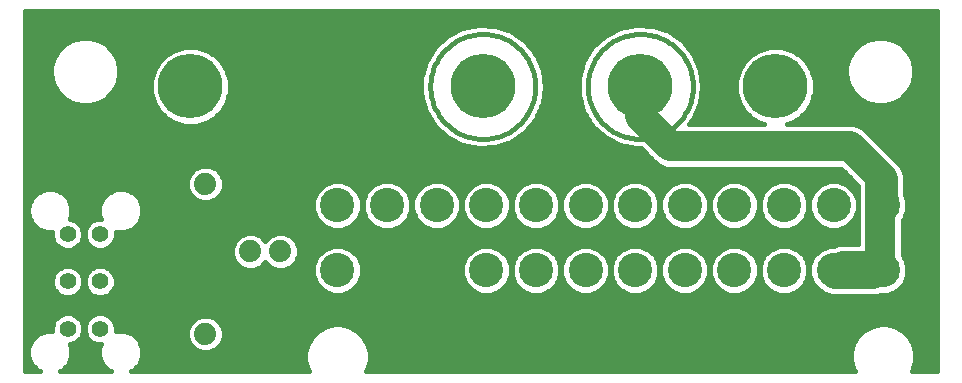
<source format=gtl>
G75*
G70*
%OFA0B0*%
%FSLAX24Y24*%
%IPPOS*%
%LPD*%
%AMOC8*
5,1,8,0,0,1.08239X$1,22.5*
%
%ADD10C,0.0160*%
%ADD11C,0.1142*%
%ADD12C,0.0740*%
%ADD13C,0.2150*%
%ADD14C,0.0554*%
%ADD15C,0.1000*%
D10*
X002948Y003300D02*
X002948Y015300D01*
X033338Y015300D01*
X033338Y003300D01*
X032490Y003300D01*
X032540Y003387D01*
X032613Y003659D01*
X032613Y003941D01*
X032540Y004213D01*
X032399Y004457D01*
X032200Y004657D01*
X031956Y004798D01*
X031683Y004871D01*
X031401Y004871D01*
X031129Y004798D01*
X030885Y004657D01*
X030686Y004457D01*
X030545Y004213D01*
X030472Y003941D01*
X030472Y003659D01*
X030545Y003387D01*
X030595Y003300D01*
X014301Y003300D01*
X014351Y003387D01*
X014424Y003659D01*
X014424Y003941D01*
X014351Y004213D01*
X014210Y004457D01*
X014011Y004657D01*
X013767Y004798D01*
X013494Y004871D01*
X013212Y004871D01*
X012940Y004798D01*
X012696Y004657D01*
X012497Y004457D01*
X012356Y004213D01*
X012283Y003941D01*
X012283Y003659D01*
X012356Y003387D01*
X012406Y003300D01*
X006461Y003300D01*
X006535Y003331D01*
X006736Y003532D01*
X006845Y003795D01*
X006845Y004080D01*
X006736Y004344D01*
X006535Y004545D01*
X006271Y004654D01*
X005986Y004654D01*
X005957Y004642D01*
X005957Y004828D01*
X005878Y005018D01*
X005733Y005164D01*
X005543Y005242D01*
X005337Y005242D01*
X005147Y005164D01*
X005002Y005018D01*
X004923Y004828D01*
X004923Y004622D01*
X005002Y004432D01*
X005147Y004287D01*
X005337Y004208D01*
X005466Y004208D01*
X005413Y004080D01*
X005413Y003795D01*
X005522Y003532D01*
X005723Y003331D01*
X005797Y003300D01*
X004099Y003300D01*
X004172Y003331D01*
X004374Y003532D01*
X004483Y003795D01*
X004483Y004080D01*
X004430Y004208D01*
X004460Y004208D01*
X004650Y004287D01*
X004796Y004432D01*
X004874Y004622D01*
X004874Y004828D01*
X004796Y005018D01*
X004650Y005164D01*
X004460Y005242D01*
X004254Y005242D01*
X004064Y005164D01*
X003919Y005018D01*
X003840Y004828D01*
X003840Y004654D01*
X003624Y004654D01*
X003361Y004545D01*
X003160Y004344D01*
X003051Y004080D01*
X003051Y003795D01*
X003160Y003532D01*
X003361Y003331D01*
X003435Y003300D01*
X002948Y003300D01*
X002948Y003434D02*
X003258Y003434D01*
X003135Y003593D02*
X002948Y003593D01*
X002948Y003751D02*
X003069Y003751D01*
X003051Y003910D02*
X002948Y003910D01*
X002948Y004068D02*
X003051Y004068D01*
X003111Y004227D02*
X002948Y004227D01*
X002948Y004385D02*
X003201Y004385D01*
X003360Y004544D02*
X002948Y004544D01*
X002948Y004702D02*
X003840Y004702D01*
X003854Y004861D02*
X002948Y004861D01*
X002948Y005019D02*
X003920Y005019D01*
X004098Y005178D02*
X002948Y005178D01*
X002948Y005336D02*
X033338Y005336D01*
X033338Y005178D02*
X005699Y005178D01*
X005878Y005019D02*
X008554Y005019D01*
X008602Y005067D02*
X008431Y004896D01*
X008338Y004671D01*
X008338Y004429D01*
X008431Y004204D01*
X008602Y004033D01*
X008826Y003940D01*
X009069Y003940D01*
X009293Y004033D01*
X009465Y004204D01*
X009558Y004429D01*
X009558Y004671D01*
X009465Y004896D01*
X009293Y005067D01*
X009069Y005160D01*
X008826Y005160D01*
X008602Y005067D01*
X008416Y004861D02*
X005944Y004861D01*
X005957Y004702D02*
X008351Y004702D01*
X008338Y004544D02*
X006536Y004544D01*
X006695Y004385D02*
X008356Y004385D01*
X008422Y004227D02*
X006785Y004227D01*
X006845Y004068D02*
X008567Y004068D01*
X009329Y004068D02*
X012317Y004068D01*
X012283Y003910D02*
X006845Y003910D01*
X006827Y003751D02*
X012283Y003751D01*
X012301Y003593D02*
X006761Y003593D01*
X006638Y003434D02*
X012343Y003434D01*
X012363Y004227D02*
X009474Y004227D01*
X009540Y004385D02*
X012455Y004385D01*
X012583Y004544D02*
X009558Y004544D01*
X009545Y004702D02*
X012775Y004702D01*
X013175Y004861D02*
X009479Y004861D01*
X009341Y005019D02*
X033338Y005019D01*
X033338Y004861D02*
X031721Y004861D01*
X031364Y004861D02*
X013532Y004861D01*
X013932Y004702D02*
X030964Y004702D01*
X030772Y004544D02*
X014124Y004544D01*
X014252Y004385D02*
X030644Y004385D01*
X030552Y004227D02*
X014343Y004227D01*
X014390Y004068D02*
X030506Y004068D01*
X030472Y003910D02*
X014424Y003910D01*
X014424Y003751D02*
X030472Y003751D01*
X030490Y003593D02*
X014406Y003593D01*
X014364Y003434D02*
X030532Y003434D01*
X032553Y003434D02*
X033338Y003434D01*
X033338Y003593D02*
X032595Y003593D01*
X032613Y003751D02*
X033338Y003751D01*
X033338Y003910D02*
X032613Y003910D01*
X032579Y004068D02*
X033338Y004068D01*
X033338Y004227D02*
X032532Y004227D01*
X032441Y004385D02*
X033338Y004385D01*
X033338Y004544D02*
X032313Y004544D01*
X032121Y004702D02*
X033338Y004702D01*
X033338Y005495D02*
X002948Y005495D01*
X002948Y005653D02*
X033338Y005653D01*
X033338Y005812D02*
X031349Y005812D01*
X031345Y005810D02*
X031473Y005863D01*
X031704Y005863D01*
X032002Y005987D01*
X032230Y006215D01*
X032353Y006513D01*
X032353Y006835D01*
X032230Y007133D01*
X032188Y007175D01*
X032188Y008338D01*
X032230Y008380D01*
X032353Y008678D01*
X032353Y009001D01*
X032282Y009172D01*
X032282Y009853D01*
X032170Y010125D01*
X031867Y010427D01*
X031075Y011219D01*
X031075Y011219D01*
X030867Y011427D01*
X030595Y011540D01*
X028326Y011540D01*
X028455Y011575D01*
X028755Y011748D01*
X029000Y011993D01*
X033338Y011993D01*
X033338Y011835D02*
X028842Y011835D01*
X029000Y011993D02*
X029173Y012292D01*
X029263Y012627D01*
X030532Y012627D01*
X030544Y012606D02*
X030754Y012396D01*
X031012Y012247D01*
X031299Y012170D01*
X031597Y012170D01*
X031884Y012247D01*
X032142Y012396D01*
X032352Y012606D01*
X032501Y012864D01*
X032578Y013151D01*
X032578Y013449D01*
X032501Y013736D01*
X032352Y013994D01*
X032142Y014204D01*
X031884Y014353D01*
X031597Y014430D01*
X031299Y014430D01*
X031012Y014353D01*
X030754Y014204D01*
X030544Y013994D01*
X030395Y013736D01*
X030318Y013449D01*
X030318Y013151D01*
X030395Y012864D01*
X030544Y012606D01*
X030681Y012469D02*
X029220Y012469D01*
X029263Y012627D02*
X029263Y012973D01*
X029173Y013308D01*
X029000Y013607D01*
X028755Y013852D01*
X028455Y014025D01*
X028121Y014115D01*
X027775Y014115D01*
X027440Y014025D01*
X027140Y013852D01*
X026896Y013607D01*
X026722Y013308D01*
X026633Y012973D01*
X026633Y012627D01*
X025494Y012627D01*
X025472Y012469D02*
X026675Y012469D01*
X026633Y012627D02*
X026722Y012292D01*
X026896Y011993D01*
X027140Y011748D01*
X027440Y011575D01*
X027569Y011540D01*
X025066Y011540D01*
X025216Y011724D01*
X025216Y011724D01*
X025441Y012242D01*
X025518Y012800D01*
X025441Y013358D01*
X025441Y013358D01*
X025216Y013876D01*
X024861Y014313D01*
X024861Y014313D01*
X024400Y014638D01*
X023869Y014827D01*
X023307Y014865D01*
X023307Y014865D01*
X022755Y014750D01*
X022755Y014750D01*
X022254Y014491D01*
X021842Y014106D01*
X021549Y013625D01*
X021397Y013082D01*
X021397Y012518D01*
X021549Y011975D01*
X021842Y011494D01*
X021842Y011494D01*
X022254Y011109D01*
X022254Y011109D01*
X022755Y010850D01*
X023307Y010735D01*
X023456Y010745D01*
X023820Y010381D01*
X023820Y010381D01*
X024029Y010173D01*
X024301Y010060D01*
X030141Y010060D01*
X030708Y009493D01*
X030708Y007540D01*
X030051Y007540D01*
X029918Y007485D01*
X029727Y007485D01*
X029429Y007361D01*
X029201Y007133D01*
X029078Y006835D01*
X029078Y006513D01*
X029201Y006215D01*
X029429Y005987D01*
X029490Y005962D01*
X029529Y005923D01*
X029801Y005810D01*
X031345Y005810D01*
X031962Y005970D02*
X033338Y005970D01*
X033338Y006129D02*
X032144Y006129D01*
X032260Y006287D02*
X033338Y006287D01*
X033338Y006446D02*
X032325Y006446D01*
X032353Y006604D02*
X033338Y006604D01*
X033338Y006763D02*
X032353Y006763D01*
X032318Y006921D02*
X033338Y006921D01*
X033338Y007080D02*
X032252Y007080D01*
X032188Y007238D02*
X033338Y007238D01*
X033338Y007397D02*
X032188Y007397D01*
X032188Y007555D02*
X033338Y007555D01*
X033338Y007714D02*
X032188Y007714D01*
X032188Y007872D02*
X033338Y007872D01*
X033338Y008031D02*
X032188Y008031D01*
X032188Y008189D02*
X033338Y008189D01*
X033338Y008348D02*
X032197Y008348D01*
X032282Y008506D02*
X033338Y008506D01*
X033338Y008665D02*
X032348Y008665D01*
X032353Y008823D02*
X033338Y008823D01*
X033338Y008982D02*
X032353Y008982D01*
X032295Y009140D02*
X033338Y009140D01*
X033338Y009299D02*
X032282Y009299D01*
X032282Y009457D02*
X033338Y009457D01*
X033338Y009616D02*
X032282Y009616D01*
X032282Y009774D02*
X033338Y009774D01*
X033338Y009933D02*
X032249Y009933D01*
X032184Y010091D02*
X033338Y010091D01*
X033338Y010250D02*
X032045Y010250D01*
X031886Y010408D02*
X033338Y010408D01*
X033338Y010567D02*
X031728Y010567D01*
X031867Y010427D02*
X031867Y010427D01*
X031569Y010725D02*
X033338Y010725D01*
X033338Y010884D02*
X031411Y010884D01*
X031252Y011042D02*
X033338Y011042D01*
X033338Y011201D02*
X031094Y011201D01*
X030935Y011359D02*
X033338Y011359D01*
X033338Y011518D02*
X030649Y011518D01*
X030903Y012310D02*
X029178Y012310D01*
X029092Y012152D02*
X033338Y012152D01*
X033338Y012310D02*
X031993Y012310D01*
X032214Y012469D02*
X033338Y012469D01*
X033338Y012627D02*
X032364Y012627D01*
X032456Y012786D02*
X033338Y012786D01*
X033338Y012944D02*
X032522Y012944D01*
X032565Y013103D02*
X033338Y013103D01*
X033338Y013261D02*
X032578Y013261D01*
X032578Y013420D02*
X033338Y013420D01*
X033338Y013578D02*
X032543Y013578D01*
X032501Y013737D02*
X033338Y013737D01*
X033338Y013895D02*
X032409Y013895D01*
X032292Y014054D02*
X033338Y014054D01*
X033338Y014212D02*
X032128Y014212D01*
X031819Y014371D02*
X033338Y014371D01*
X033338Y014529D02*
X024554Y014529D01*
X024400Y014638D02*
X024400Y014638D01*
X024261Y014688D02*
X033338Y014688D01*
X033338Y014846D02*
X023587Y014846D01*
X023869Y014827D02*
X023869Y014827D01*
X023214Y014846D02*
X018337Y014846D01*
X018057Y014865D02*
X018619Y014827D01*
X018619Y014827D01*
X019150Y014638D01*
X019150Y014638D01*
X019611Y014313D01*
X019611Y014313D01*
X019611Y014313D01*
X019966Y013876D01*
X019966Y013876D01*
X020191Y013358D01*
X020191Y013358D01*
X020268Y012800D01*
X020191Y012242D01*
X020191Y012242D01*
X019966Y011724D01*
X019966Y011724D01*
X019611Y011287D01*
X019611Y011287D01*
X019611Y011287D01*
X019150Y010962D01*
X019150Y010962D01*
X018619Y010773D01*
X018619Y010773D01*
X018057Y010735D01*
X018057Y010735D01*
X017505Y010850D01*
X017505Y010850D01*
X017004Y011109D01*
X017004Y011109D01*
X016592Y011494D01*
X016592Y011494D01*
X016299Y011975D01*
X016299Y011975D01*
X016147Y012518D01*
X016147Y013082D01*
X016299Y013625D01*
X016299Y013625D01*
X016592Y014106D01*
X016592Y014106D01*
X017004Y014491D01*
X017004Y014491D01*
X017505Y014750D01*
X017505Y014750D01*
X018057Y014865D01*
X018057Y014865D01*
X017964Y014846D02*
X002948Y014846D01*
X002948Y014688D02*
X017383Y014688D01*
X017077Y014529D02*
X002948Y014529D01*
X002948Y014371D02*
X004577Y014371D01*
X004512Y014353D02*
X004254Y014204D01*
X004044Y013994D01*
X003895Y013736D01*
X003818Y013449D01*
X003818Y013151D01*
X003895Y012864D01*
X004044Y012606D01*
X004254Y012396D01*
X004512Y012247D01*
X004799Y012170D01*
X005097Y012170D01*
X005384Y012247D01*
X005642Y012396D01*
X005852Y012606D01*
X006001Y012864D01*
X006078Y013151D01*
X006078Y013449D01*
X006001Y013736D01*
X005852Y013994D01*
X005642Y014204D01*
X005384Y014353D01*
X005097Y014430D01*
X004799Y014430D01*
X004512Y014353D01*
X004267Y014212D02*
X002948Y014212D01*
X002948Y014054D02*
X004103Y014054D01*
X003987Y013895D02*
X002948Y013895D01*
X002948Y013737D02*
X003895Y013737D01*
X003852Y013578D02*
X002948Y013578D01*
X002948Y013420D02*
X003818Y013420D01*
X003818Y013261D02*
X002948Y013261D01*
X002948Y013103D02*
X003831Y013103D01*
X003873Y012944D02*
X002948Y012944D01*
X002948Y012786D02*
X003940Y012786D01*
X004032Y012627D02*
X002948Y012627D01*
X002948Y012469D02*
X004181Y012469D01*
X004403Y012310D02*
X002948Y012310D01*
X002948Y012152D02*
X007304Y012152D01*
X007222Y012292D02*
X007396Y011993D01*
X007640Y011748D01*
X007940Y011575D01*
X008275Y011485D01*
X008621Y011485D01*
X008955Y011575D01*
X009255Y011748D01*
X009500Y011993D01*
X016294Y011993D01*
X016250Y012152D02*
X009592Y012152D01*
X009673Y012292D02*
X009500Y011993D01*
X009342Y011835D02*
X016385Y011835D01*
X016481Y011676D02*
X009131Y011676D01*
X008742Y011518D02*
X016578Y011518D01*
X016592Y011494D02*
X016592Y011494D01*
X016736Y011359D02*
X002948Y011359D01*
X002948Y011201D02*
X016906Y011201D01*
X017133Y011042D02*
X002948Y011042D01*
X002948Y010884D02*
X017439Y010884D01*
X018929Y010884D02*
X022689Y010884D01*
X022755Y010850D02*
X022755Y010850D01*
X023307Y010735D02*
X023307Y010735D01*
X023476Y010725D02*
X002948Y010725D01*
X002948Y010567D02*
X023635Y010567D01*
X023793Y010408D02*
X002948Y010408D01*
X002948Y010250D02*
X023952Y010250D01*
X024226Y010091D02*
X009236Y010091D01*
X009293Y010067D02*
X009069Y010160D01*
X008826Y010160D01*
X008602Y010067D01*
X008431Y009896D01*
X008338Y009671D01*
X008338Y009429D01*
X008431Y009204D01*
X008602Y009033D01*
X008826Y008940D01*
X009069Y008940D01*
X009293Y009033D01*
X009465Y009204D01*
X009558Y009429D01*
X009558Y009671D01*
X009465Y009896D01*
X009293Y010067D01*
X009428Y009933D02*
X030269Y009933D01*
X030427Y009774D02*
X009515Y009774D01*
X009558Y009616D02*
X013108Y009616D01*
X013192Y009650D02*
X012894Y009527D01*
X012666Y009299D01*
X012542Y009001D01*
X012542Y008678D01*
X012666Y008380D01*
X012894Y008152D01*
X013192Y008029D01*
X013515Y008029D01*
X013813Y008152D01*
X014041Y008380D01*
X014164Y008678D01*
X014164Y009001D01*
X014041Y009299D01*
X013813Y009527D01*
X013515Y009650D01*
X013192Y009650D01*
X012824Y009457D02*
X009558Y009457D01*
X009504Y009299D02*
X012666Y009299D01*
X012600Y009140D02*
X009401Y009140D01*
X009169Y008982D02*
X012542Y008982D01*
X012542Y008823D02*
X006838Y008823D01*
X006845Y008805D02*
X006736Y009068D01*
X006535Y009269D01*
X006271Y009378D01*
X005986Y009378D01*
X005723Y009269D01*
X005522Y009068D01*
X005413Y008805D01*
X005413Y008520D01*
X005466Y008392D01*
X005337Y008392D01*
X005147Y008313D01*
X005002Y008168D01*
X004923Y007978D01*
X004923Y007772D01*
X005002Y007582D01*
X005147Y007436D01*
X005337Y007358D01*
X005543Y007358D01*
X005733Y007436D01*
X005878Y007582D01*
X005957Y007772D01*
X005957Y007958D01*
X005986Y007946D01*
X006271Y007946D01*
X006535Y008055D01*
X006736Y008256D01*
X006845Y008520D01*
X006845Y008805D01*
X006845Y008665D02*
X012548Y008665D01*
X012614Y008506D02*
X006839Y008506D01*
X006774Y008348D02*
X012698Y008348D01*
X012857Y008189D02*
X006669Y008189D01*
X006475Y008031D02*
X013187Y008031D01*
X013519Y008031D02*
X014841Y008031D01*
X014846Y008029D02*
X015168Y008029D01*
X015466Y008152D01*
X015694Y008380D01*
X015818Y008678D01*
X015818Y009001D01*
X015694Y009299D01*
X015466Y009527D01*
X015168Y009650D01*
X014846Y009650D01*
X014548Y009527D01*
X014319Y009299D01*
X014196Y009001D01*
X014196Y008678D01*
X014319Y008380D01*
X014548Y008152D01*
X014846Y008029D01*
X015173Y008031D02*
X016494Y008031D01*
X016499Y008029D02*
X016822Y008029D01*
X017120Y008152D01*
X017348Y008380D01*
X017471Y008678D01*
X017471Y009001D01*
X017348Y009299D01*
X017120Y009527D01*
X016822Y009650D01*
X016499Y009650D01*
X016201Y009527D01*
X015973Y009299D01*
X015850Y009001D01*
X015850Y008678D01*
X015973Y008380D01*
X016201Y008152D01*
X016499Y008029D01*
X016827Y008031D02*
X018148Y008031D01*
X018153Y008029D02*
X018475Y008029D01*
X018773Y008152D01*
X019001Y008380D01*
X019125Y008678D01*
X019125Y009001D01*
X019001Y009299D01*
X018773Y009527D01*
X018475Y009650D01*
X018153Y009650D01*
X017855Y009527D01*
X017627Y009299D01*
X017503Y009001D01*
X017503Y008678D01*
X017627Y008380D01*
X017855Y008152D01*
X018153Y008029D01*
X018480Y008031D02*
X019801Y008031D01*
X019806Y008029D02*
X020129Y008029D01*
X020427Y008152D01*
X020655Y008380D01*
X020778Y008678D01*
X020778Y009001D01*
X020655Y009299D01*
X020427Y009527D01*
X020129Y009650D01*
X019806Y009650D01*
X019508Y009527D01*
X019280Y009299D01*
X019157Y009001D01*
X019157Y008678D01*
X019280Y008380D01*
X019508Y008152D01*
X019806Y008029D01*
X020134Y008031D02*
X021455Y008031D01*
X021460Y008029D02*
X021782Y008029D01*
X022080Y008152D01*
X022308Y008380D01*
X022432Y008678D01*
X022432Y009001D01*
X022308Y009299D01*
X022080Y009527D01*
X021782Y009650D01*
X021460Y009650D01*
X021162Y009527D01*
X020934Y009299D01*
X020810Y009001D01*
X020810Y008678D01*
X020934Y008380D01*
X021162Y008152D01*
X021460Y008029D01*
X021787Y008031D02*
X023108Y008031D01*
X023113Y008029D02*
X023436Y008029D01*
X023734Y008152D01*
X023962Y008380D01*
X024085Y008678D01*
X024085Y009001D01*
X023962Y009299D01*
X023734Y009527D01*
X023436Y009650D01*
X023113Y009650D01*
X022815Y009527D01*
X022587Y009299D01*
X022464Y009001D01*
X022464Y008678D01*
X022587Y008380D01*
X022815Y008152D01*
X023113Y008029D01*
X023441Y008031D02*
X024762Y008031D01*
X024767Y008029D02*
X025089Y008029D01*
X025387Y008152D01*
X025616Y008380D01*
X025739Y008678D01*
X025739Y009001D01*
X025616Y009299D01*
X025387Y009527D01*
X025089Y009650D01*
X024767Y009650D01*
X024469Y009527D01*
X024241Y009299D01*
X024117Y009001D01*
X024117Y008678D01*
X024241Y008380D01*
X024469Y008152D01*
X024767Y008029D01*
X025094Y008031D02*
X026416Y008031D01*
X026420Y008029D02*
X026743Y008029D01*
X027041Y008152D01*
X027269Y008380D01*
X027393Y008678D01*
X027393Y009001D01*
X027269Y009299D01*
X027041Y009527D01*
X026743Y009650D01*
X026420Y009650D01*
X026122Y009527D01*
X025894Y009299D01*
X025771Y009001D01*
X025771Y008678D01*
X025894Y008380D01*
X026122Y008152D01*
X026420Y008029D01*
X026748Y008031D02*
X028069Y008031D01*
X028074Y008029D02*
X028397Y008029D01*
X028695Y008152D01*
X028923Y008380D01*
X029046Y008678D01*
X029046Y009001D01*
X028923Y009299D01*
X028695Y009527D01*
X028397Y009650D01*
X028074Y009650D01*
X027776Y009527D01*
X027548Y009299D01*
X027424Y009001D01*
X027424Y008678D01*
X027548Y008380D01*
X027776Y008152D01*
X028074Y008029D01*
X028401Y008031D02*
X029723Y008031D01*
X029727Y008029D02*
X030050Y008029D01*
X030348Y008152D01*
X030576Y008380D01*
X030700Y008678D01*
X030700Y009001D01*
X030576Y009299D01*
X030348Y009527D01*
X030050Y009650D01*
X029727Y009650D01*
X029429Y009527D01*
X029201Y009299D01*
X029078Y009001D01*
X029078Y008678D01*
X029201Y008380D01*
X029429Y008152D01*
X029727Y008029D01*
X030055Y008031D02*
X030708Y008031D01*
X030708Y008189D02*
X030385Y008189D01*
X030544Y008348D02*
X030708Y008348D01*
X030708Y008506D02*
X030628Y008506D01*
X030694Y008665D02*
X030708Y008665D01*
X030700Y008823D02*
X030708Y008823D01*
X030700Y008982D02*
X030708Y008982D01*
X030708Y009140D02*
X030642Y009140D01*
X030576Y009299D02*
X030708Y009299D01*
X030708Y009457D02*
X030418Y009457D01*
X030586Y009616D02*
X030134Y009616D01*
X029644Y009616D02*
X028480Y009616D01*
X028764Y009457D02*
X029360Y009457D01*
X029201Y009299D02*
X028923Y009299D01*
X028988Y009140D02*
X029136Y009140D01*
X029078Y008982D02*
X029046Y008982D01*
X029046Y008823D02*
X029078Y008823D01*
X029084Y008665D02*
X029040Y008665D01*
X028975Y008506D02*
X029149Y008506D01*
X029234Y008348D02*
X028890Y008348D01*
X028732Y008189D02*
X029392Y008189D01*
X028695Y007361D02*
X028397Y007485D01*
X028074Y007485D01*
X027776Y007361D01*
X027548Y007133D01*
X027424Y006835D01*
X027424Y006513D01*
X027548Y006215D01*
X027776Y005987D01*
X028074Y005863D01*
X028397Y005863D01*
X028695Y005987D01*
X028923Y006215D01*
X029046Y006513D01*
X029046Y006835D01*
X028923Y007133D01*
X028695Y007361D01*
X028610Y007397D02*
X029514Y007397D01*
X029306Y007238D02*
X028818Y007238D01*
X028945Y007080D02*
X029179Y007080D01*
X029113Y006921D02*
X029011Y006921D01*
X029046Y006763D02*
X029078Y006763D01*
X029078Y006604D02*
X029046Y006604D01*
X029018Y006446D02*
X029106Y006446D01*
X029171Y006287D02*
X028953Y006287D01*
X028836Y006129D02*
X029288Y006129D01*
X029470Y005970D02*
X028654Y005970D01*
X027816Y005970D02*
X027001Y005970D01*
X027041Y005987D02*
X027269Y006215D01*
X027393Y006513D01*
X027393Y006835D01*
X027269Y007133D01*
X027041Y007361D01*
X026743Y007485D01*
X026420Y007485D01*
X026122Y007361D01*
X025894Y007133D01*
X025771Y006835D01*
X025771Y006513D01*
X025894Y006215D01*
X026122Y005987D01*
X026420Y005863D01*
X026743Y005863D01*
X027041Y005987D01*
X027183Y006129D02*
X027634Y006129D01*
X027518Y006287D02*
X027299Y006287D01*
X027365Y006446D02*
X027452Y006446D01*
X027424Y006604D02*
X027393Y006604D01*
X027393Y006763D02*
X027424Y006763D01*
X027460Y006921D02*
X027357Y006921D01*
X027291Y007080D02*
X027526Y007080D01*
X027652Y007238D02*
X027164Y007238D01*
X026956Y007397D02*
X027861Y007397D01*
X027739Y008189D02*
X027078Y008189D01*
X027237Y008348D02*
X027580Y008348D01*
X027496Y008506D02*
X027321Y008506D01*
X027387Y008665D02*
X027430Y008665D01*
X027424Y008823D02*
X027393Y008823D01*
X027393Y008982D02*
X027424Y008982D01*
X027482Y009140D02*
X027335Y009140D01*
X027269Y009299D02*
X027548Y009299D01*
X027706Y009457D02*
X027111Y009457D01*
X026827Y009616D02*
X027990Y009616D01*
X026337Y009616D02*
X025173Y009616D01*
X025457Y009457D02*
X026053Y009457D01*
X025894Y009299D02*
X025616Y009299D01*
X025681Y009140D02*
X025829Y009140D01*
X025771Y008982D02*
X025739Y008982D01*
X025739Y008823D02*
X025771Y008823D01*
X025776Y008665D02*
X025733Y008665D01*
X025668Y008506D02*
X025842Y008506D01*
X025927Y008348D02*
X025583Y008348D01*
X025425Y008189D02*
X026085Y008189D01*
X025387Y007361D02*
X025089Y007485D01*
X024767Y007485D01*
X024469Y007361D01*
X024241Y007133D01*
X024117Y006835D01*
X024117Y006513D01*
X024241Y006215D01*
X024469Y005987D01*
X024767Y005863D01*
X025089Y005863D01*
X025387Y005987D01*
X025616Y006215D01*
X025739Y006513D01*
X025739Y006835D01*
X025616Y007133D01*
X025387Y007361D01*
X025303Y007397D02*
X026207Y007397D01*
X025999Y007238D02*
X025511Y007238D01*
X025638Y007080D02*
X025872Y007080D01*
X025806Y006921D02*
X025704Y006921D01*
X025739Y006763D02*
X025771Y006763D01*
X025771Y006604D02*
X025739Y006604D01*
X025711Y006446D02*
X025799Y006446D01*
X025864Y006287D02*
X025646Y006287D01*
X025529Y006129D02*
X025980Y006129D01*
X026162Y005970D02*
X025347Y005970D01*
X024509Y005970D02*
X023694Y005970D01*
X023734Y005987D02*
X023962Y006215D01*
X024085Y006513D01*
X024085Y006835D01*
X023962Y007133D01*
X023734Y007361D01*
X023436Y007485D01*
X023113Y007485D01*
X022815Y007361D01*
X022587Y007133D01*
X022464Y006835D01*
X022464Y006513D01*
X022587Y006215D01*
X022815Y005987D01*
X023113Y005863D01*
X023436Y005863D01*
X023734Y005987D01*
X023876Y006129D02*
X024327Y006129D01*
X024211Y006287D02*
X023992Y006287D01*
X024058Y006446D02*
X024145Y006446D01*
X024117Y006604D02*
X024085Y006604D01*
X024085Y006763D02*
X024117Y006763D01*
X024153Y006921D02*
X024050Y006921D01*
X023984Y007080D02*
X024218Y007080D01*
X024345Y007238D02*
X023857Y007238D01*
X023649Y007397D02*
X024554Y007397D01*
X024432Y008189D02*
X023771Y008189D01*
X023929Y008348D02*
X024273Y008348D01*
X024189Y008506D02*
X024014Y008506D01*
X024080Y008665D02*
X024123Y008665D01*
X024117Y008823D02*
X024085Y008823D01*
X024085Y008982D02*
X024117Y008982D01*
X024175Y009140D02*
X024028Y009140D01*
X023962Y009299D02*
X024241Y009299D01*
X024399Y009457D02*
X023804Y009457D01*
X023520Y009616D02*
X024683Y009616D01*
X023029Y009616D02*
X021866Y009616D01*
X022150Y009457D02*
X022746Y009457D01*
X022587Y009299D02*
X022309Y009299D01*
X022374Y009140D02*
X022521Y009140D01*
X022464Y008982D02*
X022432Y008982D01*
X022432Y008823D02*
X022464Y008823D01*
X022469Y008665D02*
X022426Y008665D01*
X022361Y008506D02*
X022535Y008506D01*
X022620Y008348D02*
X022276Y008348D01*
X022117Y008189D02*
X022778Y008189D01*
X022080Y007361D02*
X021782Y007485D01*
X021460Y007485D01*
X021162Y007361D01*
X020934Y007133D01*
X020810Y006835D01*
X020810Y006513D01*
X020934Y006215D01*
X021162Y005987D01*
X021460Y005863D01*
X021782Y005863D01*
X022080Y005987D01*
X022308Y006215D01*
X022432Y006513D01*
X022432Y006835D01*
X022308Y007133D01*
X022080Y007361D01*
X021996Y007397D02*
X022900Y007397D01*
X022692Y007238D02*
X022204Y007238D01*
X022331Y007080D02*
X022565Y007080D01*
X022499Y006921D02*
X022396Y006921D01*
X022432Y006763D02*
X022464Y006763D01*
X022464Y006604D02*
X022432Y006604D01*
X022404Y006446D02*
X022492Y006446D01*
X022557Y006287D02*
X022338Y006287D01*
X022222Y006129D02*
X022673Y006129D01*
X022855Y005970D02*
X022040Y005970D01*
X021202Y005970D02*
X020387Y005970D01*
X020427Y005987D02*
X020655Y006215D01*
X020778Y006513D01*
X020778Y006835D01*
X020655Y007133D01*
X020427Y007361D01*
X020129Y007485D01*
X019806Y007485D01*
X019508Y007361D01*
X019280Y007133D01*
X019157Y006835D01*
X019157Y006513D01*
X019280Y006215D01*
X019508Y005987D01*
X019806Y005863D01*
X020129Y005863D01*
X020427Y005987D01*
X020569Y006129D02*
X021020Y006129D01*
X020904Y006287D02*
X020685Y006287D01*
X020751Y006446D02*
X020838Y006446D01*
X020810Y006604D02*
X020778Y006604D01*
X020778Y006763D02*
X020810Y006763D01*
X020846Y006921D02*
X020743Y006921D01*
X020677Y007080D02*
X020911Y007080D01*
X021038Y007238D02*
X020550Y007238D01*
X020342Y007397D02*
X021246Y007397D01*
X021125Y008189D02*
X020464Y008189D01*
X020622Y008348D02*
X020966Y008348D01*
X020881Y008506D02*
X020707Y008506D01*
X020773Y008665D02*
X020816Y008665D01*
X020810Y008823D02*
X020778Y008823D01*
X020778Y008982D02*
X020810Y008982D01*
X020868Y009140D02*
X020721Y009140D01*
X020655Y009299D02*
X020934Y009299D01*
X021092Y009457D02*
X020497Y009457D01*
X020213Y009616D02*
X021376Y009616D01*
X019722Y009616D02*
X018559Y009616D01*
X018843Y009457D02*
X019438Y009457D01*
X019280Y009299D02*
X019001Y009299D01*
X019067Y009140D02*
X019214Y009140D01*
X019157Y008982D02*
X019125Y008982D01*
X019125Y008823D02*
X019157Y008823D01*
X019162Y008665D02*
X019119Y008665D01*
X019054Y008506D02*
X019228Y008506D01*
X019313Y008348D02*
X018969Y008348D01*
X018810Y008189D02*
X019471Y008189D01*
X018773Y007361D02*
X018475Y007485D01*
X018153Y007485D01*
X017855Y007361D01*
X017627Y007133D01*
X017503Y006835D01*
X017503Y006513D01*
X017627Y006215D01*
X017855Y005987D01*
X018153Y005863D01*
X018475Y005863D01*
X018773Y005987D01*
X019001Y006215D01*
X019125Y006513D01*
X019125Y006835D01*
X019001Y007133D01*
X018773Y007361D01*
X018689Y007397D02*
X019593Y007397D01*
X019385Y007238D02*
X018897Y007238D01*
X019024Y007080D02*
X019258Y007080D01*
X019192Y006921D02*
X019089Y006921D01*
X019125Y006763D02*
X019157Y006763D01*
X019157Y006604D02*
X019125Y006604D01*
X019097Y006446D02*
X019184Y006446D01*
X019250Y006287D02*
X019031Y006287D01*
X018915Y006129D02*
X019366Y006129D01*
X019548Y005970D02*
X018733Y005970D01*
X017895Y005970D02*
X013773Y005970D01*
X013813Y005987D02*
X014041Y006215D01*
X014164Y006513D01*
X014164Y006835D01*
X014041Y007133D01*
X013813Y007361D01*
X013515Y007485D01*
X013192Y007485D01*
X012894Y007361D01*
X012666Y007133D01*
X012542Y006835D01*
X012542Y006513D01*
X012666Y006215D01*
X012894Y005987D01*
X013192Y005863D01*
X013515Y005863D01*
X013813Y005987D01*
X013955Y006129D02*
X017713Y006129D01*
X017597Y006287D02*
X014071Y006287D01*
X014136Y006446D02*
X017531Y006446D01*
X017503Y006604D02*
X014164Y006604D01*
X014164Y006763D02*
X017503Y006763D01*
X017539Y006921D02*
X014129Y006921D01*
X014063Y007080D02*
X017604Y007080D01*
X017731Y007238D02*
X013936Y007238D01*
X013728Y007397D02*
X017939Y007397D01*
X017818Y008189D02*
X017157Y008189D01*
X017315Y008348D02*
X017659Y008348D01*
X017574Y008506D02*
X017400Y008506D01*
X017466Y008665D02*
X017509Y008665D01*
X017503Y008823D02*
X017471Y008823D01*
X017471Y008982D02*
X017503Y008982D01*
X017561Y009140D02*
X017414Y009140D01*
X017348Y009299D02*
X017626Y009299D01*
X017785Y009457D02*
X017190Y009457D01*
X016906Y009616D02*
X018069Y009616D01*
X016415Y009616D02*
X015252Y009616D01*
X015536Y009457D02*
X016131Y009457D01*
X015973Y009299D02*
X015694Y009299D01*
X015760Y009140D02*
X015907Y009140D01*
X015850Y008982D02*
X015818Y008982D01*
X015818Y008823D02*
X015850Y008823D01*
X015855Y008665D02*
X015812Y008665D01*
X015746Y008506D02*
X015921Y008506D01*
X016006Y008348D02*
X015662Y008348D01*
X015503Y008189D02*
X016164Y008189D01*
X014511Y008189D02*
X013850Y008189D01*
X014008Y008348D02*
X014352Y008348D01*
X014267Y008506D02*
X014093Y008506D01*
X014159Y008665D02*
X014202Y008665D01*
X014196Y008823D02*
X014164Y008823D01*
X014164Y008982D02*
X014196Y008982D01*
X014254Y009140D02*
X014106Y009140D01*
X014041Y009299D02*
X014319Y009299D01*
X014478Y009457D02*
X013882Y009457D01*
X013598Y009616D02*
X014762Y009616D01*
X011965Y007646D02*
X011793Y007817D01*
X011569Y007910D01*
X011326Y007910D01*
X011102Y007817D01*
X010948Y007663D01*
X010793Y007817D01*
X010569Y007910D01*
X010326Y007910D01*
X010102Y007817D01*
X009931Y007646D01*
X009838Y007421D01*
X009838Y007179D01*
X009931Y006954D01*
X010102Y006783D01*
X010326Y006690D01*
X010569Y006690D01*
X010793Y006783D01*
X010948Y006937D01*
X011102Y006783D01*
X011326Y006690D01*
X011569Y006690D01*
X011793Y006783D01*
X011965Y006954D01*
X012058Y007179D01*
X012058Y007421D01*
X011965Y007646D01*
X011897Y007714D02*
X030708Y007714D01*
X030708Y007872D02*
X011661Y007872D01*
X011235Y007872D02*
X010661Y007872D01*
X010897Y007714D02*
X010999Y007714D01*
X010235Y007872D02*
X005957Y007872D01*
X005933Y007714D02*
X009999Y007714D01*
X009893Y007555D02*
X005852Y007555D01*
X005637Y007397D02*
X009838Y007397D01*
X009838Y007238D02*
X002948Y007238D01*
X002948Y007080D02*
X009879Y007080D01*
X009964Y006921D02*
X002948Y006921D01*
X002948Y006763D02*
X004122Y006763D01*
X004064Y006738D02*
X004254Y006817D01*
X004460Y006817D01*
X004650Y006738D01*
X004796Y006593D01*
X004874Y006403D01*
X004874Y006197D01*
X004796Y006007D01*
X004650Y005862D01*
X004460Y005783D01*
X004254Y005783D01*
X004064Y005862D01*
X003919Y006007D01*
X003840Y006197D01*
X003840Y006403D01*
X003919Y006593D01*
X004064Y006738D01*
X003930Y006604D02*
X002948Y006604D01*
X002948Y006446D02*
X003858Y006446D01*
X003840Y006287D02*
X002948Y006287D01*
X002948Y006129D02*
X003869Y006129D01*
X003956Y005970D02*
X002948Y005970D01*
X002948Y005812D02*
X004185Y005812D01*
X004529Y005812D02*
X005268Y005812D01*
X005337Y005783D02*
X005543Y005783D01*
X005733Y005862D01*
X005878Y006007D01*
X005957Y006197D01*
X005957Y006403D01*
X005878Y006593D01*
X005733Y006738D01*
X005543Y006817D01*
X005337Y006817D01*
X005147Y006738D01*
X005002Y006593D01*
X004923Y006403D01*
X004923Y006197D01*
X005002Y006007D01*
X005147Y005862D01*
X005337Y005783D01*
X005612Y005812D02*
X029797Y005812D01*
X030708Y007555D02*
X012002Y007555D01*
X012058Y007397D02*
X012979Y007397D01*
X012771Y007238D02*
X012058Y007238D01*
X012017Y007080D02*
X012644Y007080D01*
X012578Y006921D02*
X011932Y006921D01*
X011744Y006763D02*
X012542Y006763D01*
X012542Y006604D02*
X005867Y006604D01*
X005939Y006446D02*
X012570Y006446D01*
X012636Y006287D02*
X005957Y006287D01*
X005929Y006129D02*
X012752Y006129D01*
X012934Y005970D02*
X005841Y005970D01*
X005039Y005970D02*
X004759Y005970D01*
X004846Y006129D02*
X004951Y006129D01*
X004923Y006287D02*
X004874Y006287D01*
X004857Y006446D02*
X004940Y006446D01*
X005013Y006604D02*
X004785Y006604D01*
X004592Y006763D02*
X005205Y006763D01*
X005675Y006763D02*
X010151Y006763D01*
X010744Y006763D02*
X011151Y006763D01*
X010964Y006921D02*
X010932Y006921D01*
X008726Y008982D02*
X006772Y008982D01*
X006664Y009140D02*
X008495Y009140D01*
X008392Y009299D02*
X006464Y009299D01*
X005794Y009299D02*
X004102Y009299D01*
X004172Y009269D02*
X003909Y009378D01*
X003624Y009378D01*
X003361Y009269D01*
X003160Y009068D01*
X003051Y008805D01*
X003051Y008520D01*
X003160Y008256D01*
X003361Y008055D01*
X003624Y007946D01*
X003840Y007946D01*
X003840Y007772D01*
X003919Y007582D01*
X004064Y007436D01*
X004254Y007358D01*
X004460Y007358D01*
X004650Y007436D01*
X004796Y007582D01*
X004874Y007772D01*
X004874Y007978D01*
X004796Y008168D01*
X004650Y008313D01*
X004460Y008392D01*
X004430Y008392D01*
X004483Y008520D01*
X004483Y008805D01*
X004374Y009068D01*
X004172Y009269D01*
X004302Y009140D02*
X005594Y009140D01*
X005486Y008982D02*
X004410Y008982D01*
X004475Y008823D02*
X005420Y008823D01*
X005413Y008665D02*
X004483Y008665D01*
X004477Y008506D02*
X005418Y008506D01*
X005230Y008348D02*
X004567Y008348D01*
X004774Y008189D02*
X005023Y008189D01*
X004945Y008031D02*
X004853Y008031D01*
X004874Y007872D02*
X004923Y007872D01*
X004947Y007714D02*
X004850Y007714D01*
X004769Y007555D02*
X005028Y007555D01*
X005243Y007397D02*
X004554Y007397D01*
X004161Y007397D02*
X002948Y007397D01*
X002948Y007555D02*
X003946Y007555D01*
X003864Y007714D02*
X002948Y007714D01*
X002948Y007872D02*
X003840Y007872D01*
X003420Y008031D02*
X002948Y008031D01*
X002948Y008189D02*
X003227Y008189D01*
X003122Y008348D02*
X002948Y008348D01*
X002948Y008506D02*
X003056Y008506D01*
X003051Y008665D02*
X002948Y008665D01*
X002948Y008823D02*
X003058Y008823D01*
X003124Y008982D02*
X002948Y008982D01*
X002948Y009140D02*
X003232Y009140D01*
X003431Y009299D02*
X002948Y009299D01*
X002948Y009457D02*
X008338Y009457D01*
X008338Y009616D02*
X002948Y009616D01*
X002948Y009774D02*
X008380Y009774D01*
X008468Y009933D02*
X002948Y009933D01*
X002948Y010091D02*
X008660Y010091D01*
X008153Y011518D02*
X002948Y011518D01*
X002948Y011676D02*
X007765Y011676D01*
X007554Y011835D02*
X002948Y011835D01*
X002948Y011993D02*
X007395Y011993D01*
X007222Y012292D02*
X007133Y012627D01*
X005864Y012627D01*
X005956Y012786D02*
X007133Y012786D01*
X007133Y012944D02*
X006022Y012944D01*
X006065Y013103D02*
X007168Y013103D01*
X007133Y012973D02*
X007133Y012627D01*
X007175Y012469D02*
X005714Y012469D01*
X005493Y012310D02*
X007218Y012310D01*
X007133Y012973D02*
X007222Y013308D01*
X007396Y013607D01*
X007640Y013852D01*
X007940Y014025D01*
X008275Y014115D01*
X008621Y014115D01*
X008955Y014025D01*
X009255Y013852D01*
X009500Y013607D01*
X009673Y013308D01*
X009763Y012973D01*
X009763Y012627D01*
X016147Y012627D01*
X016147Y012786D02*
X009763Y012786D01*
X009763Y012944D02*
X016147Y012944D01*
X016153Y013103D02*
X009728Y013103D01*
X009686Y013261D02*
X016197Y013261D01*
X016242Y013420D02*
X009609Y013420D01*
X009517Y013578D02*
X016286Y013578D01*
X016367Y013737D02*
X009371Y013737D01*
X009181Y013895D02*
X016464Y013895D01*
X016560Y014054D02*
X008850Y014054D01*
X008045Y014054D02*
X005792Y014054D01*
X005909Y013895D02*
X007714Y013895D01*
X007525Y013737D02*
X006001Y013737D01*
X006043Y013578D02*
X007379Y013578D01*
X007287Y013420D02*
X006078Y013420D01*
X006078Y013261D02*
X007210Y013261D01*
X005628Y014212D02*
X016705Y014212D01*
X016875Y014371D02*
X005319Y014371D01*
X002948Y015005D02*
X033338Y015005D01*
X033338Y015163D02*
X002948Y015163D01*
X009763Y012627D02*
X009673Y012292D01*
X009678Y012310D02*
X016205Y012310D01*
X016161Y012469D02*
X009720Y012469D01*
X016448Y012800D02*
X016450Y012886D01*
X016456Y012972D01*
X016467Y013057D01*
X016482Y013141D01*
X016500Y013225D01*
X016523Y013308D01*
X016550Y013390D01*
X016581Y013470D01*
X016616Y013548D01*
X016655Y013625D01*
X016697Y013700D01*
X016743Y013772D01*
X016792Y013842D01*
X016845Y013910D01*
X016901Y013975D01*
X016961Y014037D01*
X017023Y014097D01*
X017088Y014153D01*
X017156Y014206D01*
X017226Y014255D01*
X017298Y014301D01*
X017373Y014343D01*
X017450Y014382D01*
X017528Y014417D01*
X017608Y014448D01*
X017690Y014475D01*
X017773Y014498D01*
X017857Y014516D01*
X017941Y014531D01*
X018026Y014542D01*
X018112Y014548D01*
X018198Y014550D01*
X018284Y014548D01*
X018370Y014542D01*
X018455Y014531D01*
X018539Y014516D01*
X018623Y014498D01*
X018706Y014475D01*
X018788Y014448D01*
X018868Y014417D01*
X018946Y014382D01*
X019023Y014343D01*
X019098Y014301D01*
X019170Y014255D01*
X019240Y014206D01*
X019308Y014153D01*
X019373Y014097D01*
X019435Y014037D01*
X019495Y013975D01*
X019551Y013910D01*
X019604Y013842D01*
X019653Y013772D01*
X019699Y013700D01*
X019741Y013625D01*
X019780Y013548D01*
X019815Y013470D01*
X019846Y013390D01*
X019873Y013308D01*
X019896Y013225D01*
X019914Y013141D01*
X019929Y013057D01*
X019940Y012972D01*
X019946Y012886D01*
X019948Y012800D01*
X019946Y012714D01*
X019940Y012628D01*
X019929Y012543D01*
X019914Y012459D01*
X019896Y012375D01*
X019873Y012292D01*
X019846Y012210D01*
X019815Y012130D01*
X019780Y012052D01*
X019741Y011975D01*
X019699Y011900D01*
X019653Y011828D01*
X019604Y011758D01*
X019551Y011690D01*
X019495Y011625D01*
X019435Y011563D01*
X019373Y011503D01*
X019308Y011447D01*
X019240Y011394D01*
X019170Y011345D01*
X019098Y011299D01*
X019023Y011257D01*
X018946Y011218D01*
X018868Y011183D01*
X018788Y011152D01*
X018706Y011125D01*
X018623Y011102D01*
X018539Y011084D01*
X018455Y011069D01*
X018370Y011058D01*
X018284Y011052D01*
X018198Y011050D01*
X018112Y011052D01*
X018026Y011058D01*
X017941Y011069D01*
X017857Y011084D01*
X017773Y011102D01*
X017690Y011125D01*
X017608Y011152D01*
X017528Y011183D01*
X017450Y011218D01*
X017373Y011257D01*
X017298Y011299D01*
X017226Y011345D01*
X017156Y011394D01*
X017088Y011447D01*
X017023Y011503D01*
X016961Y011563D01*
X016901Y011625D01*
X016845Y011690D01*
X016792Y011758D01*
X016743Y011828D01*
X016697Y011900D01*
X016655Y011975D01*
X016616Y012052D01*
X016581Y012130D01*
X016550Y012210D01*
X016523Y012292D01*
X016500Y012375D01*
X016482Y012459D01*
X016467Y012543D01*
X016456Y012628D01*
X016450Y012714D01*
X016448Y012800D01*
X019669Y011359D02*
X021986Y011359D01*
X021828Y011518D02*
X019798Y011518D01*
X019927Y011676D02*
X021731Y011676D01*
X021635Y011835D02*
X020014Y011835D01*
X020083Y011993D02*
X021544Y011993D01*
X021500Y012152D02*
X020152Y012152D01*
X020200Y012310D02*
X021455Y012310D01*
X021411Y012469D02*
X020222Y012469D01*
X020244Y012627D02*
X021397Y012627D01*
X021397Y012786D02*
X020266Y012786D01*
X020248Y012944D02*
X021397Y012944D01*
X021403Y013103D02*
X020226Y013103D01*
X020204Y013261D02*
X021447Y013261D01*
X021492Y013420D02*
X020165Y013420D01*
X020096Y013578D02*
X021536Y013578D01*
X021617Y013737D02*
X020027Y013737D01*
X019951Y013895D02*
X021714Y013895D01*
X021810Y014054D02*
X019822Y014054D01*
X019693Y014212D02*
X021955Y014212D01*
X021842Y014106D02*
X021842Y014106D01*
X022125Y014371D02*
X019529Y014371D01*
X019304Y014529D02*
X022327Y014529D01*
X022254Y014491D02*
X022254Y014491D01*
X022254Y014491D01*
X022633Y014688D02*
X019011Y014688D01*
X021698Y012800D02*
X021700Y012886D01*
X021706Y012972D01*
X021717Y013057D01*
X021732Y013141D01*
X021750Y013225D01*
X021773Y013308D01*
X021800Y013390D01*
X021831Y013470D01*
X021866Y013548D01*
X021905Y013625D01*
X021947Y013700D01*
X021993Y013772D01*
X022042Y013842D01*
X022095Y013910D01*
X022151Y013975D01*
X022211Y014037D01*
X022273Y014097D01*
X022338Y014153D01*
X022406Y014206D01*
X022476Y014255D01*
X022548Y014301D01*
X022623Y014343D01*
X022700Y014382D01*
X022778Y014417D01*
X022858Y014448D01*
X022940Y014475D01*
X023023Y014498D01*
X023107Y014516D01*
X023191Y014531D01*
X023276Y014542D01*
X023362Y014548D01*
X023448Y014550D01*
X023534Y014548D01*
X023620Y014542D01*
X023705Y014531D01*
X023789Y014516D01*
X023873Y014498D01*
X023956Y014475D01*
X024038Y014448D01*
X024118Y014417D01*
X024196Y014382D01*
X024273Y014343D01*
X024348Y014301D01*
X024420Y014255D01*
X024490Y014206D01*
X024558Y014153D01*
X024623Y014097D01*
X024685Y014037D01*
X024745Y013975D01*
X024801Y013910D01*
X024854Y013842D01*
X024903Y013772D01*
X024949Y013700D01*
X024991Y013625D01*
X025030Y013548D01*
X025065Y013470D01*
X025096Y013390D01*
X025123Y013308D01*
X025146Y013225D01*
X025164Y013141D01*
X025179Y013057D01*
X025190Y012972D01*
X025196Y012886D01*
X025198Y012800D01*
X025196Y012714D01*
X025190Y012628D01*
X025179Y012543D01*
X025164Y012459D01*
X025146Y012375D01*
X025123Y012292D01*
X025096Y012210D01*
X025065Y012130D01*
X025030Y012052D01*
X024991Y011975D01*
X024949Y011900D01*
X024903Y011828D01*
X024854Y011758D01*
X024801Y011690D01*
X024745Y011625D01*
X024685Y011563D01*
X024623Y011503D01*
X024558Y011447D01*
X024490Y011394D01*
X024420Y011345D01*
X024348Y011299D01*
X024273Y011257D01*
X024196Y011218D01*
X024118Y011183D01*
X024038Y011152D01*
X023956Y011125D01*
X023873Y011102D01*
X023789Y011084D01*
X023705Y011069D01*
X023620Y011058D01*
X023534Y011052D01*
X023448Y011050D01*
X023362Y011052D01*
X023276Y011058D01*
X023191Y011069D01*
X023107Y011084D01*
X023023Y011102D01*
X022940Y011125D01*
X022858Y011152D01*
X022778Y011183D01*
X022700Y011218D01*
X022623Y011257D01*
X022548Y011299D01*
X022476Y011345D01*
X022406Y011394D01*
X022338Y011447D01*
X022273Y011503D01*
X022211Y011563D01*
X022151Y011625D01*
X022095Y011690D01*
X022042Y011758D01*
X021993Y011828D01*
X021947Y011900D01*
X021905Y011975D01*
X021866Y012052D01*
X021831Y012130D01*
X021800Y012210D01*
X021773Y012292D01*
X021750Y012375D01*
X021732Y012459D01*
X021717Y012543D01*
X021706Y012628D01*
X021700Y012714D01*
X021698Y012800D01*
X022156Y011201D02*
X019488Y011201D01*
X019263Y011042D02*
X022383Y011042D01*
X025177Y011676D02*
X027265Y011676D01*
X027054Y011835D02*
X025264Y011835D01*
X025333Y011993D02*
X026895Y011993D01*
X026804Y012152D02*
X025402Y012152D01*
X025441Y012242D02*
X025441Y012242D01*
X025450Y012310D02*
X026718Y012310D01*
X026633Y012786D02*
X025516Y012786D01*
X025498Y012944D02*
X026633Y012944D01*
X026668Y013103D02*
X025476Y013103D01*
X025454Y013261D02*
X026710Y013261D01*
X026787Y013420D02*
X025415Y013420D01*
X025346Y013578D02*
X026879Y013578D01*
X027025Y013737D02*
X025277Y013737D01*
X025216Y013876D02*
X025216Y013876D01*
X025201Y013895D02*
X027214Y013895D01*
X027545Y014054D02*
X025072Y014054D01*
X024943Y014212D02*
X030767Y014212D01*
X030603Y014054D02*
X028350Y014054D01*
X028681Y013895D02*
X030487Y013895D01*
X030395Y013737D02*
X028871Y013737D01*
X029017Y013578D02*
X030352Y013578D01*
X030318Y013420D02*
X029109Y013420D01*
X029186Y013261D02*
X030318Y013261D01*
X030331Y013103D02*
X029228Y013103D01*
X029263Y012944D02*
X030373Y012944D01*
X030440Y012786D02*
X029263Y012786D01*
X028631Y011676D02*
X033338Y011676D01*
X031077Y014371D02*
X024779Y014371D01*
X005181Y005178D02*
X004617Y005178D01*
X004795Y005019D02*
X005002Y005019D01*
X004936Y004861D02*
X004861Y004861D01*
X004874Y004702D02*
X004923Y004702D01*
X004955Y004544D02*
X004842Y004544D01*
X004748Y004385D02*
X005049Y004385D01*
X005292Y004227D02*
X004505Y004227D01*
X004483Y004068D02*
X005413Y004068D01*
X005413Y003910D02*
X004483Y003910D01*
X004465Y003751D02*
X005431Y003751D01*
X005497Y003593D02*
X004399Y003593D01*
X004276Y003434D02*
X005620Y003434D01*
D11*
X013353Y006674D03*
X015007Y006674D03*
X016660Y006674D03*
X018314Y006674D03*
X019968Y006674D03*
X021621Y006674D03*
X023275Y006674D03*
X024928Y006674D03*
X026582Y006674D03*
X028235Y006674D03*
X029889Y006674D03*
X031542Y006674D03*
X031542Y008839D03*
X029889Y008839D03*
X028235Y008839D03*
X026582Y008839D03*
X024928Y008839D03*
X023275Y008839D03*
X021621Y008839D03*
X019968Y008839D03*
X018314Y008839D03*
X016660Y008839D03*
X015007Y008839D03*
X013353Y008839D03*
D12*
X011448Y007300D03*
X010448Y007300D03*
X008948Y009550D03*
X008948Y004550D03*
D13*
X008448Y012800D03*
X012948Y012800D03*
X018198Y012800D03*
X023448Y012800D03*
X027948Y012800D03*
D14*
X005440Y007875D03*
X004357Y007875D03*
X004357Y006300D03*
X005440Y006300D03*
X005440Y004725D03*
X004357Y004725D03*
D15*
X023448Y011800D02*
X023448Y012800D01*
X023448Y011800D02*
X024448Y010800D01*
X030448Y010800D01*
X031448Y009800D01*
X031448Y006800D01*
X031198Y006550D01*
X029948Y006550D01*
X030198Y006800D01*
X031448Y006800D01*
X031542Y008839D02*
X031542Y009706D01*
X031448Y009800D01*
M02*

</source>
